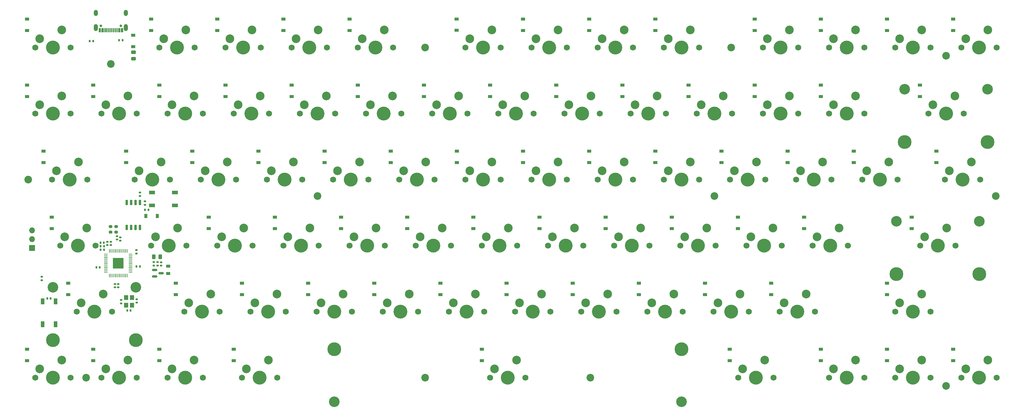
<source format=gbs>
G04 #@! TF.GenerationSoftware,KiCad,Pcbnew,(6.0.5-0)*
G04 #@! TF.CreationDate,2022-07-26T23:18:35+09:00*
G04 #@! TF.ProjectId,key-ripper,6b65792d-7269-4707-9065-722e6b696361,rev?*
G04 #@! TF.SameCoordinates,Original*
G04 #@! TF.FileFunction,Soldermask,Bot*
G04 #@! TF.FilePolarity,Negative*
%FSLAX46Y46*%
G04 Gerber Fmt 4.6, Leading zero omitted, Abs format (unit mm)*
G04 Created by KiCad (PCBNEW (6.0.5-0)) date 2022-07-26 23:18:35*
%MOMM*%
%LPD*%
G01*
G04 APERTURE LIST*
G04 Aperture macros list*
%AMRoundRect*
0 Rectangle with rounded corners*
0 $1 Rounding radius*
0 $2 $3 $4 $5 $6 $7 $8 $9 X,Y pos of 4 corners*
0 Add a 4 corners polygon primitive as box body*
4,1,4,$2,$3,$4,$5,$6,$7,$8,$9,$2,$3,0*
0 Add four circle primitives for the rounded corners*
1,1,$1+$1,$2,$3*
1,1,$1+$1,$4,$5*
1,1,$1+$1,$6,$7*
1,1,$1+$1,$8,$9*
0 Add four rect primitives between the rounded corners*
20,1,$1+$1,$2,$3,$4,$5,0*
20,1,$1+$1,$4,$5,$6,$7,0*
20,1,$1+$1,$6,$7,$8,$9,0*
20,1,$1+$1,$8,$9,$2,$3,0*%
G04 Aperture macros list end*
%ADD10C,1.750000*%
%ADD11C,4.000000*%
%ADD12C,2.500000*%
%ADD13C,2.200000*%
%ADD14C,3.048000*%
%ADD15C,3.987800*%
%ADD16R,1.700000X1.700000*%
%ADD17O,1.700000X1.700000*%
%ADD18R,1.200000X0.900000*%
%ADD19RoundRect,0.140000X0.140000X0.170000X-0.140000X0.170000X-0.140000X-0.170000X0.140000X-0.170000X0*%
%ADD20RoundRect,0.140000X0.170000X-0.140000X0.170000X0.140000X-0.170000X0.140000X-0.170000X-0.140000X0*%
%ADD21RoundRect,0.140000X-0.140000X-0.170000X0.140000X-0.170000X0.140000X0.170000X-0.140000X0.170000X0*%
%ADD22RoundRect,0.150000X-0.587500X-0.150000X0.587500X-0.150000X0.587500X0.150000X-0.587500X0.150000X0*%
%ADD23RoundRect,0.218750X-0.381250X0.218750X-0.381250X-0.218750X0.381250X-0.218750X0.381250X0.218750X0*%
%ADD24RoundRect,0.200000X0.275000X-0.200000X0.275000X0.200000X-0.275000X0.200000X-0.275000X-0.200000X0*%
%ADD25RoundRect,0.135000X0.185000X-0.135000X0.185000X0.135000X-0.185000X0.135000X-0.185000X-0.135000X0*%
%ADD26C,0.750013*%
%ADD27O,1.200000X1.800000*%
%ADD28O,1.200000X2.000000*%
%ADD29R,0.300000X1.300000*%
%ADD30R,0.900000X1.200000*%
%ADD31RoundRect,0.243750X0.243750X0.456250X-0.243750X0.456250X-0.243750X-0.456250X0.243750X-0.456250X0*%
%ADD32R,1.000000X1.700000*%
%ADD33RoundRect,0.140000X-0.170000X0.140000X-0.170000X-0.140000X0.170000X-0.140000X0.170000X0.140000X0*%
%ADD34RoundRect,0.135000X-0.185000X0.135000X-0.185000X-0.135000X0.185000X-0.135000X0.185000X0.135000X0*%
%ADD35RoundRect,0.135000X-0.135000X-0.185000X0.135000X-0.185000X0.135000X0.185000X-0.135000X0.185000X0*%
%ADD36RoundRect,0.135000X0.135000X0.185000X-0.135000X0.185000X-0.135000X-0.185000X0.135000X-0.185000X0*%
%ADD37RoundRect,0.243750X-0.456250X0.243750X-0.456250X-0.243750X0.456250X-0.243750X0.456250X0.243750X0*%
%ADD38R,1.200000X1.400000*%
%ADD39R,1.100000X0.200000*%
%ADD40R,0.200000X1.100000*%
%ADD41R,3.100000X3.100000*%
%ADD42R,1.700000X1.000000*%
%ADD43RoundRect,0.150000X0.150000X-0.650000X0.150000X0.650000X-0.150000X0.650000X-0.150000X-0.650000X0*%
G04 APERTURE END LIST*
D10*
X290830000Y-47625000D03*
D11*
X285750000Y-47625000D03*
D10*
X280670000Y-47625000D03*
D12*
X281940000Y-45085000D03*
X288290000Y-42545000D03*
D10*
X93186250Y-123825000D03*
X83026250Y-123825000D03*
D11*
X88106250Y-123825000D03*
D12*
X84296250Y-121285000D03*
X90646250Y-118745000D03*
D10*
X236061250Y-123825000D03*
X225901250Y-123825000D03*
D11*
X230981250Y-123825000D03*
D12*
X227171250Y-121285000D03*
X233521250Y-118745000D03*
D10*
X164623750Y-123825000D03*
D11*
X159543750Y-123825000D03*
D10*
X154463750Y-123825000D03*
D12*
X155733750Y-121285000D03*
X162083750Y-118745000D03*
D10*
X278288750Y-85725000D03*
X288448750Y-85725000D03*
D11*
X283368750Y-85725000D03*
D12*
X279558750Y-83185000D03*
X285908750Y-80645000D03*
D10*
X35401250Y-104775000D03*
X45561250Y-104775000D03*
D11*
X40481250Y-104775000D03*
D12*
X36671250Y-102235000D03*
X43021250Y-99695000D03*
D11*
X147637500Y-104775000D03*
D10*
X142557500Y-104775000D03*
X152717500Y-104775000D03*
D12*
X143827500Y-102235000D03*
X150177500Y-99695000D03*
D11*
X80962500Y-85725000D03*
D10*
X75882500Y-85725000D03*
X86042500Y-85725000D03*
D12*
X77152500Y-83185000D03*
X83502500Y-80645000D03*
D11*
X100012500Y-85725000D03*
D10*
X94932500Y-85725000D03*
X105092500Y-85725000D03*
D12*
X96202500Y-83185000D03*
X102552500Y-80645000D03*
D11*
X228600000Y-66675000D03*
D10*
X223520000Y-66675000D03*
X233680000Y-66675000D03*
D12*
X224790000Y-64135000D03*
X231140000Y-61595000D03*
D11*
X85725000Y-47625000D03*
D10*
X80645000Y-47625000D03*
X90805000Y-47625000D03*
D12*
X81915000Y-45085000D03*
X88265000Y-42545000D03*
D11*
X252412500Y-85725000D03*
D10*
X247332500Y-85725000D03*
X257492500Y-85725000D03*
D12*
X248602500Y-83185000D03*
X254952500Y-80645000D03*
D11*
X276225000Y-104775000D03*
D10*
X271145000Y-104775000D03*
X281305000Y-104775000D03*
D12*
X272415000Y-102235000D03*
X278765000Y-99695000D03*
D11*
X200025000Y-47625000D03*
D10*
X194945000Y-47625000D03*
X205105000Y-47625000D03*
D12*
X196215000Y-45085000D03*
X202565000Y-42545000D03*
D11*
X185737500Y-104775000D03*
D10*
X180657500Y-104775000D03*
X190817500Y-104775000D03*
D12*
X181927500Y-102235000D03*
X188277500Y-99695000D03*
D11*
X142875000Y-47625000D03*
D10*
X137795000Y-47625000D03*
X147955000Y-47625000D03*
D12*
X139065000Y-45085000D03*
X145415000Y-42545000D03*
D11*
X190500000Y-66675000D03*
D10*
X185420000Y-66675000D03*
X195580000Y-66675000D03*
D12*
X186690000Y-64135000D03*
X193040000Y-61595000D03*
D11*
X238125000Y-28575000D03*
D10*
X233045000Y-28575000D03*
X243205000Y-28575000D03*
D12*
X234315000Y-26035000D03*
X240665000Y-23495000D03*
D11*
X157162500Y-85725000D03*
D10*
X152082500Y-85725000D03*
X162242500Y-85725000D03*
D12*
X153352500Y-83185000D03*
X159702500Y-80645000D03*
D11*
X133350000Y-66675000D03*
D10*
X128270000Y-66675000D03*
X138430000Y-66675000D03*
D12*
X129540000Y-64135000D03*
X135890000Y-61595000D03*
D11*
X161925000Y-47625000D03*
D10*
X156845000Y-47625000D03*
X167005000Y-47625000D03*
D12*
X158115000Y-45085000D03*
X164465000Y-42545000D03*
D11*
X171450000Y-28575000D03*
D10*
X166370000Y-28575000D03*
X176530000Y-28575000D03*
D12*
X167640000Y-26035000D03*
X173990000Y-23495000D03*
D11*
X119062500Y-85725000D03*
D10*
X113982500Y-85725000D03*
X124142500Y-85725000D03*
D12*
X115252500Y-83185000D03*
X121602500Y-80645000D03*
D11*
X195262500Y-85725000D03*
D10*
X190182500Y-85725000D03*
X200342500Y-85725000D03*
D12*
X191452500Y-83185000D03*
X197802500Y-80645000D03*
D11*
X209550000Y-66675000D03*
D10*
X204470000Y-66675000D03*
X214630000Y-66675000D03*
D12*
X205740000Y-64135000D03*
X212090000Y-61595000D03*
D11*
X61912500Y-85725000D03*
D10*
X56832500Y-85725000D03*
X66992500Y-85725000D03*
D12*
X58102500Y-83185000D03*
X64452500Y-80645000D03*
D11*
X128587500Y-104775000D03*
D10*
X123507500Y-104775000D03*
X133667500Y-104775000D03*
D12*
X124777500Y-102235000D03*
X131127500Y-99695000D03*
D11*
X171450000Y-66675000D03*
D10*
X166370000Y-66675000D03*
X176530000Y-66675000D03*
D12*
X167640000Y-64135000D03*
X173990000Y-61595000D03*
D11*
X76200000Y-66675000D03*
D10*
X71120000Y-66675000D03*
X81280000Y-66675000D03*
D12*
X72390000Y-64135000D03*
X78740000Y-61595000D03*
D11*
X180975000Y-47625000D03*
D10*
X175895000Y-47625000D03*
X186055000Y-47625000D03*
D12*
X177165000Y-45085000D03*
X183515000Y-42545000D03*
D11*
X257175000Y-47625000D03*
D10*
X252095000Y-47625000D03*
X262255000Y-47625000D03*
D12*
X253365000Y-45085000D03*
X259715000Y-42545000D03*
D11*
X295275000Y-123825000D03*
D10*
X290195000Y-123825000D03*
X300355000Y-123825000D03*
D12*
X291465000Y-121285000D03*
X297815000Y-118745000D03*
D11*
X71437500Y-104775000D03*
D10*
X66357500Y-104775000D03*
X76517500Y-104775000D03*
D12*
X67627500Y-102235000D03*
X73977500Y-99695000D03*
D11*
X214312500Y-85725000D03*
D10*
X209232500Y-85725000D03*
X219392500Y-85725000D03*
D12*
X210502500Y-83185000D03*
X216852500Y-80645000D03*
D11*
X138112500Y-85725000D03*
D10*
X133032500Y-85725000D03*
X143192500Y-85725000D03*
D12*
X134302500Y-83185000D03*
X140652500Y-80645000D03*
D11*
X209550000Y-28575000D03*
D10*
X204470000Y-28575000D03*
X214630000Y-28575000D03*
D12*
X205740000Y-26035000D03*
X212090000Y-23495000D03*
D11*
X66675000Y-123825000D03*
D10*
X61595000Y-123825000D03*
X71755000Y-123825000D03*
D12*
X62865000Y-121285000D03*
X69215000Y-118745000D03*
D11*
X28575000Y-28575000D03*
D10*
X23495000Y-28575000D03*
X33655000Y-28575000D03*
D12*
X24765000Y-26035000D03*
X31115000Y-23495000D03*
D11*
X219075000Y-47625000D03*
D10*
X213995000Y-47625000D03*
X224155000Y-47625000D03*
D12*
X215265000Y-45085000D03*
X221615000Y-42545000D03*
D11*
X121443750Y-28575000D03*
D10*
X116363750Y-28575000D03*
X126523750Y-28575000D03*
D12*
X117633750Y-26035000D03*
X123983750Y-23495000D03*
D11*
X190500000Y-28575000D03*
D10*
X185420000Y-28575000D03*
X195580000Y-28575000D03*
D12*
X186690000Y-26035000D03*
X193040000Y-23495000D03*
D11*
X90487500Y-104775000D03*
D10*
X85407500Y-104775000D03*
X95567500Y-104775000D03*
D12*
X86677500Y-102235000D03*
X93027500Y-99695000D03*
D11*
X28575000Y-123825000D03*
D10*
X23495000Y-123825000D03*
X33655000Y-123825000D03*
D12*
X24765000Y-121285000D03*
X31115000Y-118745000D03*
D11*
X276225000Y-28575000D03*
D10*
X271145000Y-28575000D03*
X281305000Y-28575000D03*
D12*
X272415000Y-26035000D03*
X278765000Y-23495000D03*
D11*
X47625000Y-47625000D03*
D10*
X42545000Y-47625000D03*
X52705000Y-47625000D03*
D12*
X43815000Y-45085000D03*
X50165000Y-42545000D03*
D11*
X176212500Y-85725000D03*
D10*
X171132500Y-85725000D03*
X181292500Y-85725000D03*
D12*
X172402500Y-83185000D03*
X178752500Y-80645000D03*
D11*
X295275000Y-28575000D03*
D10*
X290195000Y-28575000D03*
X300355000Y-28575000D03*
D12*
X291465000Y-26035000D03*
X297815000Y-23495000D03*
D11*
X83343750Y-28575000D03*
D10*
X78263750Y-28575000D03*
X88423750Y-28575000D03*
D12*
X79533750Y-26035000D03*
X85883750Y-23495000D03*
D11*
X238125000Y-47625000D03*
D10*
X233045000Y-47625000D03*
X243205000Y-47625000D03*
D12*
X234315000Y-45085000D03*
X240665000Y-42545000D03*
D11*
X57150000Y-66675000D03*
D10*
X52070000Y-66675000D03*
X62230000Y-66675000D03*
D12*
X53340000Y-64135000D03*
X59690000Y-61595000D03*
D11*
X247650000Y-66675000D03*
D10*
X242570000Y-66675000D03*
X252730000Y-66675000D03*
D12*
X243840000Y-64135000D03*
X250190000Y-61595000D03*
D11*
X233362500Y-85725000D03*
D10*
X228282500Y-85725000D03*
X238442500Y-85725000D03*
D12*
X229552500Y-83185000D03*
X235902500Y-80645000D03*
D11*
X64293750Y-28575000D03*
D10*
X59213750Y-28575000D03*
X69373750Y-28575000D03*
D12*
X60483750Y-26035000D03*
X66833750Y-23495000D03*
D11*
X204787500Y-104775000D03*
D10*
X199707500Y-104775000D03*
X209867500Y-104775000D03*
D12*
X200977500Y-102235000D03*
X207327500Y-99695000D03*
D11*
X257175000Y-28575000D03*
D10*
X252095000Y-28575000D03*
X262255000Y-28575000D03*
D12*
X253365000Y-26035000D03*
X259715000Y-23495000D03*
D11*
X109537500Y-104775000D03*
D10*
X104457500Y-104775000D03*
X114617500Y-104775000D03*
D12*
X105727500Y-102235000D03*
X112077500Y-99695000D03*
D11*
X28575000Y-47625000D03*
D10*
X23495000Y-47625000D03*
X33655000Y-47625000D03*
D12*
X24765000Y-45085000D03*
X31115000Y-42545000D03*
D11*
X266700000Y-66675000D03*
D10*
X261620000Y-66675000D03*
X271780000Y-66675000D03*
D12*
X262890000Y-64135000D03*
X269240000Y-61595000D03*
D11*
X152400000Y-66675000D03*
D10*
X147320000Y-66675000D03*
X157480000Y-66675000D03*
D12*
X148590000Y-64135000D03*
X154940000Y-61595000D03*
D11*
X95250000Y-66675000D03*
D10*
X90170000Y-66675000D03*
X100330000Y-66675000D03*
D12*
X91440000Y-64135000D03*
X97790000Y-61595000D03*
D11*
X242887500Y-104775000D03*
D10*
X237807500Y-104775000D03*
X247967500Y-104775000D03*
D12*
X239077500Y-102235000D03*
X245427500Y-99695000D03*
D11*
X114300000Y-66675000D03*
D10*
X109220000Y-66675000D03*
X119380000Y-66675000D03*
D12*
X110490000Y-64135000D03*
X116840000Y-61595000D03*
D11*
X223837500Y-104775000D03*
D10*
X218757500Y-104775000D03*
X228917500Y-104775000D03*
D12*
X220027500Y-102235000D03*
X226377500Y-99695000D03*
D11*
X152400000Y-28575000D03*
D10*
X147320000Y-28575000D03*
X157480000Y-28575000D03*
D12*
X148590000Y-26035000D03*
X154940000Y-23495000D03*
D11*
X276225000Y-123825000D03*
D10*
X271145000Y-123825000D03*
X281305000Y-123825000D03*
D12*
X272415000Y-121285000D03*
X278765000Y-118745000D03*
D11*
X66675000Y-47625000D03*
D10*
X61595000Y-47625000D03*
X71755000Y-47625000D03*
D12*
X62865000Y-45085000D03*
X69215000Y-42545000D03*
D11*
X102393750Y-28575000D03*
D10*
X97313750Y-28575000D03*
X107473750Y-28575000D03*
D12*
X98583750Y-26035000D03*
X104933750Y-23495000D03*
D11*
X257175000Y-123825000D03*
D10*
X252095000Y-123825000D03*
X262255000Y-123825000D03*
D12*
X253365000Y-121285000D03*
X259715000Y-118745000D03*
D11*
X166687500Y-104775000D03*
D10*
X161607500Y-104775000D03*
X171767500Y-104775000D03*
D12*
X162877500Y-102235000D03*
X169227500Y-99695000D03*
D11*
X123825000Y-47625000D03*
D10*
X118745000Y-47625000D03*
X128905000Y-47625000D03*
D12*
X120015000Y-45085000D03*
X126365000Y-42545000D03*
D11*
X47625000Y-123825000D03*
D10*
X42545000Y-123825000D03*
X52705000Y-123825000D03*
D12*
X43815000Y-121285000D03*
X50165000Y-118745000D03*
D11*
X104775000Y-47625000D03*
D10*
X99695000Y-47625000D03*
X109855000Y-47625000D03*
D12*
X100965000Y-45085000D03*
X107315000Y-42545000D03*
D11*
X35718750Y-85725000D03*
D10*
X40798750Y-85725000D03*
X30638750Y-85725000D03*
D12*
X31908750Y-83185000D03*
X38258750Y-80645000D03*
D10*
X285432500Y-66675000D03*
X295592500Y-66675000D03*
D11*
X290512500Y-66675000D03*
D12*
X286702500Y-64135000D03*
X293052500Y-61595000D03*
D10*
X28257500Y-66675000D03*
X38417500Y-66675000D03*
D11*
X33337500Y-66675000D03*
D12*
X29527500Y-64135000D03*
X35877500Y-61595000D03*
D13*
X45243750Y-33337500D03*
D14*
X52419250Y-97790000D03*
D15*
X28543250Y-113000000D03*
D14*
X28543250Y-97790000D03*
D15*
X52419250Y-113000000D03*
D14*
X271430750Y-78740000D03*
D15*
X271430750Y-93950000D03*
X295306750Y-93950000D03*
D14*
X295306750Y-78740000D03*
D13*
X21431250Y-66675000D03*
X38100000Y-123825000D03*
X219075000Y-71437500D03*
D15*
X209543750Y-115600000D03*
X109543750Y-115600000D03*
D14*
X109543750Y-130810000D03*
X209543750Y-130810000D03*
D13*
X135731250Y-123825000D03*
X223837500Y-28575000D03*
X104775000Y-71437500D03*
X135731250Y-28575000D03*
X285750000Y-126206250D03*
D15*
X273812000Y-55850000D03*
X297688000Y-55850000D03*
D14*
X273812000Y-40640000D03*
X297688000Y-40640000D03*
D13*
X183356250Y-123825000D03*
D16*
X22575000Y-86450000D03*
D17*
X22575000Y-83910000D03*
X22575000Y-81370000D03*
D13*
X300037500Y-71437500D03*
X285750000Y-30956250D03*
D18*
X225862500Y-77525000D03*
X225862500Y-80825000D03*
X202050000Y-58475000D03*
X202050000Y-61775000D03*
D19*
X43255000Y-85925000D03*
X42295000Y-85925000D03*
D18*
X130612500Y-77525000D03*
X130612500Y-80825000D03*
D20*
X45225000Y-85625000D03*
X45225000Y-84665000D03*
D18*
X230625000Y-20375000D03*
X230625000Y-23675000D03*
X163950000Y-20375000D03*
X163950000Y-23675000D03*
X21075000Y-20375000D03*
X21075000Y-23675000D03*
X68700000Y-58475000D03*
X68700000Y-61775000D03*
D19*
X43235000Y-84925000D03*
X42275000Y-84925000D03*
D18*
X111562500Y-77525000D03*
X111562500Y-80825000D03*
X87750000Y-58475000D03*
X87750000Y-61775000D03*
X268725000Y-20375000D03*
X268725000Y-23675000D03*
D21*
X26920000Y-101000000D03*
X27880000Y-101000000D03*
D18*
X106800000Y-58475000D03*
X106800000Y-61775000D03*
X249675000Y-20375000D03*
X249675000Y-23675000D03*
X135375000Y-39425000D03*
X135375000Y-42725000D03*
D22*
X57837500Y-94675000D03*
X57837500Y-92775000D03*
X59712500Y-93725000D03*
D23*
X61712500Y-91662500D03*
X61712500Y-93787500D03*
D18*
X202050000Y-20375000D03*
X202050000Y-23675000D03*
X168712500Y-77525000D03*
X168712500Y-80825000D03*
X149662500Y-77525000D03*
X149662500Y-80825000D03*
X51675000Y-28325000D03*
X51675000Y-25025000D03*
X94893750Y-20375000D03*
X94893750Y-23675000D03*
X268725000Y-96575000D03*
X268725000Y-99875000D03*
D24*
X46775000Y-81875000D03*
X46775000Y-80225000D03*
D25*
X25300000Y-95710000D03*
X25300000Y-94690000D03*
D18*
X113943750Y-20375000D03*
X113943750Y-23675000D03*
D25*
X57625000Y-91485000D03*
X57625000Y-90465000D03*
D26*
X42342810Y-22309384D03*
X48142658Y-22309384D03*
D27*
X49567855Y-18609612D03*
D28*
X49567855Y-22809511D03*
D27*
X40917613Y-18609612D03*
D28*
X40917613Y-22809511D03*
D29*
X41892721Y-23577837D03*
X42692823Y-23577837D03*
X43992797Y-23577837D03*
X44992797Y-23577837D03*
X45492670Y-23577837D03*
X46492416Y-23577837D03*
X47792899Y-23577837D03*
X48592747Y-23577837D03*
X48292772Y-23577837D03*
X47492670Y-23577837D03*
X46992797Y-23577837D03*
X45992797Y-23577837D03*
X44492670Y-23577837D03*
X43492670Y-23577837D03*
X42992797Y-23577837D03*
X42192696Y-23577837D03*
D30*
X58625000Y-77225000D03*
X55325000Y-77225000D03*
D18*
X173475000Y-39425000D03*
X173475000Y-42725000D03*
D31*
X59487500Y-88975000D03*
X57612500Y-88975000D03*
D18*
X75843750Y-20375000D03*
X75843750Y-23675000D03*
X183000000Y-20375000D03*
X183000000Y-23675000D03*
X287775000Y-20375000D03*
X287775000Y-23675000D03*
D32*
X29324124Y-108424975D03*
X29325394Y-101825025D03*
X25624606Y-108424975D03*
X25624606Y-101825025D03*
D18*
X49650000Y-58475000D03*
X49650000Y-61775000D03*
X92512500Y-77525000D03*
X92512500Y-80825000D03*
X275868750Y-77525000D03*
X275868750Y-80825000D03*
X268725000Y-115625000D03*
X268725000Y-118925000D03*
X206812500Y-77525000D03*
X206812500Y-80825000D03*
X197287500Y-96575000D03*
X197287500Y-99875000D03*
X82987500Y-96575000D03*
X82987500Y-99875000D03*
D21*
X52615000Y-91805000D03*
X53575000Y-91805000D03*
D25*
X48175000Y-102445000D03*
X48175000Y-101425000D03*
D18*
X63937500Y-96575000D03*
X63937500Y-99875000D03*
X230625000Y-39425000D03*
X230625000Y-42725000D03*
D33*
X47375000Y-96825000D03*
X47375000Y-97785000D03*
D18*
X21075000Y-39425000D03*
X21075000Y-42725000D03*
X163950000Y-58475000D03*
X163950000Y-61775000D03*
X223481250Y-115625000D03*
X223481250Y-118925000D03*
D34*
X55075000Y-73005000D03*
X55075000Y-74025000D03*
D18*
X40125000Y-39425000D03*
X40125000Y-42725000D03*
D35*
X55065000Y-75425000D03*
X56085000Y-75425000D03*
D18*
X40125000Y-115625000D03*
X40125000Y-118925000D03*
D35*
X47565000Y-26525000D03*
X48585000Y-26525000D03*
D18*
X178237500Y-96575000D03*
X178237500Y-99875000D03*
X140137500Y-96575000D03*
X140137500Y-99875000D03*
X240150000Y-58475000D03*
X240150000Y-61775000D03*
D20*
X44175000Y-85625000D03*
X44175000Y-84665000D03*
D18*
X216337500Y-96575000D03*
X216337500Y-99875000D03*
X116325000Y-39425000D03*
X116325000Y-42725000D03*
X59175000Y-39425000D03*
X59175000Y-42725000D03*
X211575000Y-39425000D03*
X211575000Y-42725000D03*
D36*
X40185000Y-26725000D03*
X39165000Y-26725000D03*
D20*
X59700000Y-91530000D03*
X59700000Y-90570000D03*
D18*
X235387500Y-96575000D03*
X235387500Y-99875000D03*
X283012500Y-58475000D03*
X283012500Y-61775000D03*
D20*
X53575000Y-71405000D03*
X53575000Y-70445000D03*
D18*
X154425000Y-39425000D03*
X154425000Y-42725000D03*
D20*
X58700000Y-91480000D03*
X58700000Y-90520000D03*
D18*
X73462500Y-77525000D03*
X73462500Y-80825000D03*
X144900000Y-58475000D03*
X144900000Y-61775000D03*
X278250000Y-39425000D03*
X278250000Y-42725000D03*
X192525000Y-39425000D03*
X192525000Y-42725000D03*
D20*
X47975000Y-84305000D03*
X47975000Y-83345000D03*
D21*
X49955000Y-104495000D03*
X50915000Y-104495000D03*
D19*
X43255000Y-86925000D03*
X42295000Y-86925000D03*
X42005000Y-92055000D03*
X41045000Y-92055000D03*
D33*
X46375000Y-96825000D03*
X46375000Y-97785000D03*
D18*
X25837500Y-58475000D03*
X25837500Y-61775000D03*
X56793750Y-20375000D03*
X56793750Y-23675000D03*
X28218750Y-77525000D03*
X28218750Y-80825000D03*
D20*
X52575000Y-88025000D03*
X52575000Y-87065000D03*
D18*
X249675000Y-115625000D03*
X249675000Y-118925000D03*
X144800000Y-20350000D03*
X144800000Y-23650000D03*
X244912500Y-77525000D03*
X244912500Y-80825000D03*
X259200000Y-58475000D03*
X259200000Y-61775000D03*
D37*
X51725000Y-29937500D03*
X51725000Y-31812500D03*
D20*
X47045000Y-84005000D03*
X47045000Y-83045000D03*
D18*
X249675000Y-39425000D03*
X249675000Y-42725000D03*
X21075000Y-115625000D03*
X21075000Y-118925000D03*
X125850000Y-58475000D03*
X125850000Y-61775000D03*
D38*
X51325000Y-100725000D03*
X51325000Y-102925000D03*
X49625000Y-102925000D03*
X49625000Y-100725000D03*
D18*
X159187500Y-96575000D03*
X159187500Y-99875000D03*
X102037500Y-96575000D03*
X102037500Y-99875000D03*
X183000000Y-58475000D03*
X183000000Y-61775000D03*
X80606250Y-115625000D03*
X80606250Y-118925000D03*
D39*
X50925165Y-88224924D03*
X50925165Y-88624975D03*
X50925165Y-89025025D03*
X50925165Y-89425076D03*
X50925165Y-89824873D03*
X50925165Y-90224924D03*
X50925165Y-90624975D03*
X50925165Y-91025025D03*
X50925165Y-91425076D03*
X50925165Y-91824873D03*
X50925165Y-92224924D03*
X50925165Y-92624975D03*
X50925165Y-93025025D03*
X50925165Y-93425076D03*
D40*
X49974949Y-94375038D03*
X49575152Y-94375038D03*
X49175102Y-94375038D03*
X48775051Y-94375038D03*
X48375000Y-94375038D03*
X47974949Y-94375038D03*
X47575152Y-94375038D03*
X47175102Y-94375038D03*
X46775051Y-94375038D03*
X46375000Y-94375038D03*
X45974949Y-94375038D03*
X45575152Y-94375038D03*
X45175102Y-94375038D03*
X44775051Y-94375038D03*
D39*
X43824835Y-93425076D03*
X43824835Y-93025025D03*
X43824835Y-92624975D03*
X43824835Y-92224924D03*
X43824835Y-91824873D03*
X43824835Y-91425076D03*
X43824835Y-91025025D03*
X43824835Y-90624975D03*
X43824835Y-90224924D03*
X43824835Y-89824873D03*
X43824835Y-89425076D03*
X43824835Y-89025025D03*
X43824835Y-88624975D03*
X43824835Y-88224924D03*
D40*
X44775051Y-87274962D03*
X45175102Y-87274962D03*
X45575152Y-87274962D03*
X45974949Y-87274962D03*
X46375000Y-87274962D03*
X46775051Y-87274962D03*
X47175102Y-87274962D03*
X47575152Y-87274962D03*
X47974949Y-87274962D03*
X48375000Y-87274962D03*
X48775051Y-87274962D03*
X49175102Y-87274962D03*
X49575152Y-87274962D03*
X49974949Y-87274962D03*
D41*
X47375000Y-90824873D03*
D18*
X152043750Y-115625000D03*
X152043750Y-118925000D03*
X121087500Y-96575000D03*
X121087500Y-99875000D03*
D42*
X63674950Y-70426270D03*
X57075000Y-70425000D03*
X63674950Y-74125788D03*
X57075000Y-74125788D03*
D18*
X59175000Y-115625000D03*
X59175000Y-118925000D03*
D33*
X52675000Y-101245000D03*
X52675000Y-102205000D03*
D18*
X78225000Y-39425000D03*
X78225000Y-42725000D03*
X97275000Y-39425000D03*
X97275000Y-42725000D03*
X221100000Y-58475000D03*
X221100000Y-61775000D03*
X287775000Y-115625000D03*
X287775000Y-118925000D03*
X32981250Y-96575000D03*
X32981250Y-99875000D03*
D43*
X53580000Y-80525000D03*
X52310000Y-80525000D03*
X51040000Y-80525000D03*
X49770000Y-80525000D03*
X49770000Y-73325000D03*
X51040000Y-73325000D03*
X52310000Y-73325000D03*
X53580000Y-73325000D03*
D18*
X187762500Y-77525000D03*
X187762500Y-80825000D03*
D24*
X45175000Y-81875000D03*
X45175000Y-80225000D03*
M02*

</source>
